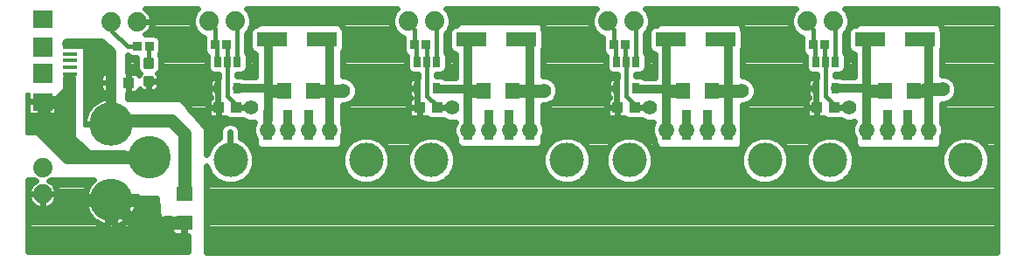
<source format=gtl>
G75*
G70*
%OFA0B0*%
%FSLAX24Y24*%
%IPPOS*%
%LPD*%
%AMOC8*
5,1,8,0,0,1.08239X$1,22.5*
%
%ADD10C,0.1310*%
%ADD11R,0.0354X0.1181*%
%ADD12C,0.1660*%
%ADD13C,0.1620*%
%ADD14R,0.0433X0.0394*%
%ADD15R,0.0630X0.0551*%
%ADD16R,0.0272X0.0390*%
%ADD17R,0.0551X0.0138*%
%ADD18R,0.0748X0.0709*%
%ADD19R,0.0748X0.0748*%
%ADD20R,0.0335X0.0354*%
%ADD21R,0.1181X0.0551*%
%ADD22R,0.0551X0.0630*%
%ADD23C,0.0740*%
%ADD24C,0.0118*%
%ADD25C,0.0500*%
%ADD26C,0.0240*%
%ADD27C,0.0320*%
%ADD28C,0.0160*%
%ADD29C,0.0560*%
%ADD30C,0.0591*%
%ADD31C,0.0400*%
%ADD32C,0.0120*%
D10*
X008715Y004600D03*
X013885Y004600D03*
X016365Y004600D03*
X021535Y004600D03*
X023915Y004600D03*
X029085Y004600D03*
X031565Y004600D03*
X036735Y004600D03*
D11*
X035331Y005958D03*
X034544Y005958D03*
X033756Y005958D03*
X032969Y005958D03*
X027681Y005958D03*
X026894Y005958D03*
X026106Y005958D03*
X025319Y005958D03*
X020131Y005958D03*
X019344Y005958D03*
X018556Y005958D03*
X017769Y005958D03*
X012481Y005958D03*
X011694Y005958D03*
X010906Y005958D03*
X010119Y005958D03*
D12*
X004150Y005964D03*
D13*
X005631Y004713D03*
X004160Y003081D03*
D14*
X008265Y006600D03*
X008935Y006600D03*
X004835Y007550D03*
X004165Y007550D03*
X015915Y006600D03*
X016585Y006600D03*
X023465Y006600D03*
X024135Y006600D03*
X031065Y006600D03*
X031735Y006600D03*
D15*
X006950Y003301D03*
X006950Y002199D03*
D16*
X008226Y007338D03*
X008974Y007338D03*
X008974Y008358D03*
X008600Y008358D03*
X008226Y008358D03*
X015826Y008358D03*
X016200Y008358D03*
X016574Y008358D03*
X016574Y007338D03*
X015826Y007338D03*
X023426Y007338D03*
X024174Y007338D03*
X024174Y008358D03*
X023800Y008358D03*
X023426Y008358D03*
X031026Y008358D03*
X031400Y008358D03*
X031774Y008358D03*
X031774Y007338D03*
X031026Y007338D03*
D17*
X002593Y007888D03*
X002593Y008144D03*
X002593Y008400D03*
X002593Y008656D03*
X002593Y008912D03*
D18*
X001550Y009975D03*
X001550Y006825D03*
D19*
X001550Y007900D03*
X001550Y008900D03*
D20*
X005172Y008950D03*
X005628Y008950D03*
X008122Y009000D03*
X008578Y009000D03*
X015722Y009000D03*
X016178Y009000D03*
X023322Y009000D03*
X023778Y009000D03*
X030922Y009000D03*
X031378Y009000D03*
D21*
X033105Y009200D03*
X034995Y009200D03*
X027395Y009200D03*
X025505Y009200D03*
X019795Y009200D03*
X017905Y009200D03*
X012195Y009200D03*
X010305Y009200D03*
D22*
X010749Y007250D03*
X011851Y007250D03*
X018349Y007250D03*
X019451Y007250D03*
X025949Y007250D03*
X027051Y007250D03*
X033649Y007250D03*
X034751Y007250D03*
D23*
X031700Y009900D03*
X030700Y009900D03*
X024100Y009900D03*
X023100Y009900D03*
X016500Y009900D03*
X015500Y009900D03*
X008900Y009900D03*
X007900Y009900D03*
X005170Y009880D03*
X004170Y009880D03*
X001550Y004300D03*
X001550Y003300D03*
D24*
X005462Y007467D02*
X005738Y007467D01*
X005462Y007467D02*
X005462Y007743D01*
X005738Y007743D01*
X005738Y007467D01*
X005738Y007584D02*
X005462Y007584D01*
X005462Y007701D02*
X005738Y007701D01*
X005738Y008157D02*
X005462Y008157D01*
X005462Y008433D01*
X005738Y008433D01*
X005738Y008157D01*
X005738Y008274D02*
X005462Y008274D01*
X005462Y008391D02*
X005738Y008391D01*
D25*
X002550Y007700D02*
X002550Y007250D01*
X002125Y006825D01*
X001550Y006825D01*
X001600Y006775D02*
X001600Y005600D01*
X002487Y004713D01*
X005631Y004713D01*
X006950Y005600D02*
X006950Y003301D01*
X005043Y002199D02*
X004160Y003081D01*
X005043Y002199D02*
X006950Y002199D01*
X006950Y005600D02*
X006450Y006100D01*
X004286Y006100D01*
X004150Y005964D01*
X010350Y007250D02*
X010749Y007250D01*
X011851Y007250D02*
X012300Y007250D01*
X012500Y007250D02*
X013000Y007250D01*
X017950Y007250D02*
X018349Y007250D01*
X019451Y007250D02*
X019950Y007250D01*
X020100Y007250D02*
X020650Y007250D01*
X025500Y007250D02*
X025949Y007250D01*
X027051Y007250D02*
X027500Y007250D01*
X028200Y007250D01*
X033200Y007250D02*
X033649Y007250D01*
X034751Y007250D02*
X035150Y007250D01*
X035200Y007300D02*
X035850Y007300D01*
D26*
X000980Y003850D02*
X000980Y001100D01*
X007100Y001100D01*
X007100Y001723D01*
X006968Y001723D01*
X006968Y002181D01*
X006932Y002181D01*
X006435Y002181D01*
X006435Y001897D01*
X006449Y001846D01*
X006475Y001800D01*
X006512Y001763D01*
X006558Y001737D01*
X006609Y001723D01*
X006932Y001723D01*
X006932Y002181D01*
X006932Y002217D01*
X006435Y002217D01*
X006435Y002371D01*
X005950Y002350D01*
X005900Y003150D01*
X005200Y003150D01*
X005156Y003201D01*
X004280Y003201D01*
X004280Y002961D01*
X004280Y002079D01*
X004329Y002084D01*
X004440Y002109D01*
X004547Y002147D01*
X004649Y002196D01*
X004745Y002256D01*
X004834Y002327D01*
X004914Y002407D01*
X004985Y002496D01*
X005045Y002592D01*
X005095Y002694D01*
X005132Y002801D01*
X005157Y002912D01*
X005163Y002961D01*
X004280Y002961D01*
X004040Y002961D01*
X004040Y002079D01*
X003991Y002084D01*
X003880Y002109D01*
X003773Y002147D01*
X003671Y002196D01*
X003575Y002256D01*
X003486Y002327D01*
X003406Y002407D01*
X003335Y002496D01*
X003275Y002592D01*
X003225Y002694D01*
X003188Y002801D01*
X003163Y002912D01*
X003157Y002961D01*
X004040Y002961D01*
X004040Y003201D01*
X003157Y003201D01*
X003163Y003251D01*
X003188Y003362D01*
X003225Y003469D01*
X003275Y003571D01*
X003335Y003667D01*
X003406Y003756D01*
X003486Y003836D01*
X003504Y003850D01*
X001878Y003850D01*
X001862Y003834D01*
X001804Y003810D01*
X001849Y003788D01*
X001921Y003735D01*
X001985Y003671D01*
X002038Y003599D01*
X002078Y003519D01*
X002106Y003433D01*
X002120Y003345D01*
X002120Y003300D01*
X001550Y003300D01*
X001550Y003300D01*
X001550Y003300D01*
X000980Y003300D01*
X000980Y003345D01*
X000994Y003433D01*
X001022Y003519D01*
X001062Y003599D01*
X001115Y003671D01*
X001179Y003735D01*
X001251Y003788D01*
X001296Y003810D01*
X001238Y003834D01*
X001222Y003850D01*
X000980Y003850D01*
X000980Y003662D02*
X001108Y003662D01*
X000992Y003424D02*
X000980Y003424D01*
X000980Y003300D02*
X000980Y003255D01*
X000994Y003167D01*
X001022Y003081D01*
X001062Y003001D01*
X001115Y002929D01*
X001179Y002865D01*
X001251Y002812D01*
X001331Y002772D01*
X001417Y002744D01*
X001505Y002730D01*
X001550Y002730D01*
X001595Y002730D01*
X001683Y002744D01*
X001769Y002772D01*
X001849Y002812D01*
X001921Y002865D01*
X001985Y002929D01*
X002038Y003001D01*
X002078Y003081D01*
X002106Y003167D01*
X002120Y003255D01*
X002120Y003300D01*
X001550Y003300D01*
X001550Y002730D01*
X001550Y003300D01*
X001550Y003300D01*
X000980Y003300D01*
X000980Y003185D02*
X000991Y003185D01*
X000980Y002947D02*
X001102Y002947D01*
X000980Y002708D02*
X003221Y002708D01*
X003159Y002947D02*
X001998Y002947D01*
X001550Y002947D02*
X001550Y002947D01*
X001550Y003185D02*
X001550Y003185D01*
X002109Y003185D02*
X004040Y003185D01*
X004280Y003185D02*
X005170Y003185D01*
X005161Y002947D02*
X005913Y002947D01*
X005928Y002708D02*
X005099Y002708D01*
X004280Y002708D02*
X004040Y002708D01*
X004040Y002947D02*
X004280Y002947D01*
X003210Y003424D02*
X002108Y003424D01*
X001992Y003662D02*
X003332Y003662D01*
X003356Y002470D02*
X000980Y002470D01*
X000980Y002231D02*
X003615Y002231D01*
X004040Y002231D02*
X004280Y002231D01*
X004705Y002231D02*
X006435Y002231D01*
X006435Y001993D02*
X000980Y001993D01*
X000980Y001754D02*
X006528Y001754D01*
X006932Y001754D02*
X006968Y001754D01*
X006968Y001993D02*
X006932Y001993D01*
X007800Y001993D02*
X037932Y001993D01*
X037932Y002231D02*
X007800Y002231D01*
X007800Y002470D02*
X037932Y002470D01*
X037932Y002708D02*
X007800Y002708D01*
X007800Y002947D02*
X037932Y002947D01*
X037932Y003185D02*
X007800Y003185D01*
X007800Y003424D02*
X037932Y003424D01*
X037932Y003662D02*
X007800Y003662D01*
X008191Y003816D02*
X008531Y003675D01*
X008899Y003675D01*
X009239Y003816D01*
X009499Y004076D01*
X009640Y004416D01*
X009640Y004784D01*
X009499Y005124D01*
X009239Y005384D01*
X009090Y005446D01*
X009090Y005741D01*
X009031Y005884D01*
X008921Y005994D01*
X008778Y006053D01*
X008622Y006053D01*
X008479Y005994D01*
X008369Y005884D01*
X008310Y005741D01*
X008310Y005433D01*
X008191Y005384D01*
X007931Y005124D01*
X007800Y004808D01*
X007800Y005800D01*
X006850Y006900D01*
X006850Y006950D01*
X004800Y006950D01*
X004798Y007153D01*
X004835Y007153D01*
X005078Y007153D01*
X005128Y007167D01*
X005174Y007193D01*
X005211Y007230D01*
X005238Y007276D01*
X005249Y007319D01*
X005261Y007302D01*
X005297Y007266D01*
X005339Y007237D01*
X005387Y007218D01*
X005437Y007208D01*
X005600Y007208D01*
X005763Y007208D01*
X005813Y007218D01*
X005861Y007237D01*
X005903Y007266D01*
X005939Y007302D01*
X005967Y007344D01*
X005987Y007391D01*
X005997Y007441D01*
X005997Y007605D01*
X005997Y007768D01*
X005987Y007818D01*
X005967Y007865D01*
X005945Y007899D01*
X006017Y007971D01*
X006067Y008092D01*
X006067Y008499D01*
X006019Y008614D01*
X006025Y008620D01*
X006066Y008719D01*
X006066Y009181D01*
X006025Y009280D01*
X005949Y009356D01*
X005849Y009397D01*
X005475Y009397D01*
X005541Y009445D01*
X005605Y009509D01*
X005658Y009581D01*
X005698Y009661D01*
X005726Y009747D01*
X005740Y009835D01*
X005740Y009880D01*
X005740Y009925D01*
X005726Y010013D01*
X005698Y010099D01*
X005658Y010179D01*
X005605Y010251D01*
X005541Y010315D01*
X005469Y010368D01*
X005459Y010373D01*
X007467Y010373D01*
X007357Y010263D01*
X007260Y010027D01*
X007260Y009773D01*
X007357Y009537D01*
X007537Y009357D01*
X007708Y009287D01*
X007684Y009231D01*
X007684Y008769D01*
X007725Y008670D01*
X007801Y008594D01*
X007820Y008586D01*
X007820Y008109D01*
X007861Y008010D01*
X007937Y007934D01*
X008036Y007893D01*
X008250Y007893D01*
X008250Y007733D01*
X008226Y007733D01*
X008226Y007338D01*
X007890Y007338D01*
X007890Y007117D01*
X007904Y007066D01*
X007930Y007021D01*
X007967Y006983D01*
X007970Y006982D01*
X007926Y006957D01*
X007889Y006920D01*
X007862Y006874D01*
X007849Y006823D01*
X007849Y006600D01*
X007849Y006377D01*
X007862Y006326D01*
X007889Y006280D01*
X007926Y006243D01*
X007972Y006217D01*
X008022Y006203D01*
X008265Y006203D01*
X008265Y006600D01*
X007849Y006600D01*
X008265Y006600D01*
X008265Y006600D01*
X008265Y006600D01*
X008226Y006700D01*
X008226Y007338D01*
X008226Y007338D01*
X007890Y007338D01*
X007890Y007559D01*
X007904Y007610D01*
X007930Y007656D01*
X007967Y007693D01*
X008013Y007719D01*
X008064Y007733D01*
X008226Y007733D01*
X008226Y007338D01*
X008226Y007338D01*
X008226Y007478D02*
X008226Y007478D01*
X007890Y007478D02*
X005997Y007478D01*
X005997Y007605D02*
X005600Y007605D01*
X005997Y007605D01*
X005997Y007717D02*
X008008Y007717D01*
X008226Y007717D02*
X008226Y007717D01*
X007916Y007955D02*
X006001Y007955D01*
X005255Y007899D02*
X005233Y007865D01*
X005225Y007846D01*
X005211Y007870D01*
X005174Y007907D01*
X005128Y007933D01*
X005078Y007947D01*
X004835Y007947D01*
X004835Y007550D01*
X004835Y007153D01*
X004835Y007550D01*
X004835Y007550D01*
X004835Y007550D01*
X004835Y007947D01*
X004792Y007947D01*
X004786Y008599D01*
X004796Y008599D01*
X004851Y008544D01*
X004951Y008503D01*
X005135Y008503D01*
X005133Y008499D01*
X005133Y008092D01*
X005183Y007971D01*
X005255Y007899D01*
X005199Y007955D02*
X004792Y007955D01*
X004835Y007717D02*
X004835Y007717D01*
X004835Y007478D02*
X004835Y007478D01*
X004835Y007240D02*
X004835Y007240D01*
X005217Y007240D02*
X005336Y007240D01*
X005600Y007240D02*
X005600Y007240D01*
X005600Y007208D02*
X005600Y007605D01*
X005600Y007605D01*
X005600Y007605D01*
X005600Y007208D01*
X005864Y007240D02*
X007890Y007240D01*
X007950Y007001D02*
X004800Y007001D01*
X005600Y007478D02*
X005600Y007478D01*
X005133Y008194D02*
X004790Y008194D01*
X004788Y008432D02*
X005133Y008432D01*
X006067Y008432D02*
X007820Y008432D01*
X007820Y008194D02*
X006067Y008194D01*
X006046Y008671D02*
X007725Y008671D01*
X007684Y008909D02*
X006066Y008909D01*
X006066Y009148D02*
X007684Y009148D01*
X007509Y009386D02*
X005876Y009386D01*
X005680Y009625D02*
X007321Y009625D01*
X007260Y009863D02*
X005740Y009863D01*
X005740Y009880D02*
X005170Y009880D01*
X005740Y009880D01*
X005170Y009880D02*
X005170Y009880D01*
X005697Y010102D02*
X007291Y010102D01*
X007435Y010340D02*
X005507Y010340D01*
X009333Y010373D02*
X009443Y010263D01*
X009540Y010027D01*
X009540Y009773D01*
X009443Y009537D01*
X009324Y009419D01*
X009324Y008720D01*
X009339Y008706D01*
X009380Y008606D01*
X009380Y008109D01*
X009339Y008010D01*
X009263Y007934D01*
X009164Y007893D01*
X008950Y007893D01*
X008950Y007803D01*
X009164Y007803D01*
X009248Y007768D01*
X009660Y007768D01*
X009660Y008655D01*
X009562Y008696D01*
X009486Y008771D01*
X009445Y008871D01*
X009445Y009529D01*
X009486Y009629D01*
X009562Y009704D01*
X009661Y009746D01*
X009706Y009746D01*
X009764Y009803D01*
X009852Y009840D01*
X012798Y009840D01*
X012886Y009803D01*
X012953Y009736D01*
X012986Y009656D01*
X013014Y009629D01*
X013055Y009529D01*
X013055Y008871D01*
X013014Y008771D01*
X012990Y008747D01*
X012990Y007800D01*
X013109Y007800D01*
X013312Y007716D01*
X013466Y007562D01*
X013550Y007359D01*
X013550Y007141D01*
X013466Y006938D01*
X013312Y006784D01*
X013109Y006700D01*
X012990Y006700D01*
X012990Y006006D01*
X013045Y005872D01*
X013045Y005648D01*
X012990Y005514D01*
X012990Y005202D01*
X012953Y005114D01*
X012886Y005047D01*
X012798Y005010D01*
X009852Y005010D01*
X009764Y005047D01*
X009697Y005114D01*
X009660Y005202D01*
X009660Y005421D01*
X009641Y005440D01*
X009555Y005648D01*
X009555Y005872D01*
X009632Y006059D01*
X009609Y006050D01*
X009391Y006050D01*
X009190Y006133D01*
X008664Y006133D01*
X008565Y006174D01*
X008530Y006209D01*
X008508Y006203D01*
X008265Y006203D01*
X008265Y006600D01*
X008265Y006524D02*
X008265Y006524D01*
X007849Y006524D02*
X007175Y006524D01*
X007381Y006286D02*
X007886Y006286D01*
X008265Y006286D02*
X008265Y006286D01*
X008608Y006047D02*
X007587Y006047D01*
X007793Y005809D02*
X008338Y005809D01*
X008700Y005663D02*
X008700Y004600D01*
X007806Y004378D02*
X007800Y004378D01*
X007800Y004392D02*
X007931Y004076D01*
X008191Y003816D01*
X008106Y003901D02*
X007800Y003901D01*
X007800Y004139D02*
X007905Y004139D01*
X007800Y004392D02*
X007800Y001070D01*
X037932Y001070D01*
X037932Y010373D01*
X032133Y010373D01*
X032243Y010263D01*
X032340Y010027D01*
X032340Y009773D01*
X032243Y009537D01*
X032124Y009419D01*
X032124Y008720D01*
X032139Y008706D01*
X032180Y008606D01*
X032180Y008109D01*
X032139Y008010D01*
X032063Y007934D01*
X031964Y007893D01*
X031750Y007893D01*
X031750Y007803D01*
X031964Y007803D01*
X032019Y007780D01*
X032510Y007780D01*
X032510Y008654D01*
X032461Y008654D01*
X032362Y008696D01*
X032286Y008771D01*
X032245Y008871D01*
X032245Y009529D01*
X032286Y009629D01*
X032362Y009704D01*
X032461Y009746D01*
X032556Y009746D01*
X032614Y009803D01*
X032702Y009840D01*
X035648Y009840D01*
X035736Y009803D01*
X035803Y009736D01*
X035840Y009648D01*
X035840Y009567D01*
X035855Y009529D01*
X035855Y008871D01*
X035840Y008833D01*
X035840Y007850D01*
X035959Y007850D01*
X036162Y007766D01*
X036316Y007612D01*
X036400Y007409D01*
X036400Y007191D01*
X036316Y006988D01*
X036162Y006834D01*
X035959Y006750D01*
X035840Y006750D01*
X035840Y006006D01*
X035895Y005872D01*
X035895Y005648D01*
X035840Y005514D01*
X035840Y005202D01*
X035803Y005114D01*
X035736Y005047D01*
X035648Y005010D01*
X032702Y005010D01*
X032614Y005047D01*
X032547Y005114D01*
X032510Y005202D01*
X032510Y005421D01*
X032491Y005440D01*
X032405Y005648D01*
X032405Y005872D01*
X032491Y006080D01*
X032497Y006086D01*
X032409Y006050D01*
X032191Y006050D01*
X031990Y006133D01*
X031464Y006133D01*
X031365Y006174D01*
X031330Y006209D01*
X031308Y006203D01*
X031065Y006203D01*
X031065Y006600D01*
X030649Y006600D01*
X030649Y006377D01*
X030662Y006326D01*
X030689Y006280D01*
X030726Y006243D01*
X030772Y006217D01*
X030822Y006203D01*
X031065Y006203D01*
X031065Y006600D01*
X031065Y006600D01*
X030649Y006600D01*
X030649Y006823D01*
X030662Y006874D01*
X030689Y006920D01*
X030726Y006957D01*
X030770Y006982D01*
X030767Y006983D01*
X030730Y007021D01*
X030704Y007066D01*
X030690Y007117D01*
X030690Y007338D01*
X031026Y007338D01*
X031026Y007338D01*
X031026Y006639D01*
X031065Y006600D01*
X031065Y006600D01*
X031065Y006524D02*
X031065Y006524D01*
X031735Y006600D02*
X031735Y006715D01*
X031850Y006600D01*
X032300Y006600D01*
X031065Y006286D02*
X031065Y006286D01*
X030686Y006286D02*
X028240Y006286D01*
X028240Y006524D02*
X030649Y006524D01*
X030649Y006763D02*
X028460Y006763D01*
X028512Y006784D02*
X028666Y006938D01*
X028750Y007141D01*
X028750Y007359D01*
X028666Y007562D01*
X028512Y007716D01*
X028309Y007800D01*
X028240Y007800D01*
X028240Y008833D01*
X028255Y008871D01*
X028255Y009529D01*
X028240Y009567D01*
X028240Y009648D01*
X028203Y009736D01*
X028136Y009803D01*
X028048Y009840D01*
X025102Y009840D01*
X025014Y009803D01*
X024956Y009746D01*
X024861Y009746D01*
X024762Y009704D01*
X024686Y009629D01*
X024645Y009529D01*
X024645Y008871D01*
X024686Y008771D01*
X024762Y008696D01*
X024861Y008654D01*
X024889Y008654D01*
X024889Y007730D01*
X024495Y007730D01*
X024463Y007762D01*
X024364Y007803D01*
X024150Y007803D01*
X024150Y007893D01*
X024364Y007893D01*
X024463Y007934D01*
X024539Y008010D01*
X024580Y008109D01*
X024580Y008606D01*
X024539Y008706D01*
X024524Y008720D01*
X024524Y009419D01*
X024643Y009537D01*
X024740Y009773D01*
X024740Y010027D01*
X024643Y010263D01*
X024533Y010373D01*
X030267Y010373D01*
X030157Y010263D01*
X030060Y010027D01*
X030060Y009773D01*
X030157Y009537D01*
X030337Y009357D01*
X030508Y009287D01*
X030484Y009231D01*
X030484Y008769D01*
X030525Y008670D01*
X030601Y008594D01*
X030620Y008586D01*
X030620Y008109D01*
X030661Y008010D01*
X030737Y007934D01*
X030836Y007893D01*
X031050Y007893D01*
X031050Y007733D01*
X031026Y007733D01*
X031026Y007338D01*
X030690Y007338D01*
X030690Y007559D01*
X030704Y007610D01*
X030730Y007656D01*
X030767Y007693D01*
X030813Y007719D01*
X030864Y007733D01*
X031026Y007733D01*
X031026Y007338D01*
X031026Y007338D01*
X031026Y007478D02*
X031026Y007478D01*
X030690Y007478D02*
X028701Y007478D01*
X028750Y007240D02*
X030690Y007240D01*
X030750Y007001D02*
X028692Y007001D01*
X028512Y006784D02*
X028309Y006700D01*
X028240Y006700D01*
X028240Y005885D01*
X028245Y005872D01*
X028245Y005648D01*
X028240Y005635D01*
X028240Y005202D01*
X028203Y005114D01*
X028136Y005047D01*
X028048Y005010D01*
X025102Y005010D01*
X025014Y005047D01*
X024947Y005114D01*
X024910Y005202D01*
X024910Y005222D01*
X024872Y005314D01*
X024872Y005409D01*
X024841Y005440D01*
X024755Y005648D01*
X024755Y005872D01*
X024832Y006059D01*
X024809Y006050D01*
X024591Y006050D01*
X024390Y006133D01*
X023864Y006133D01*
X023765Y006174D01*
X023730Y006209D01*
X023708Y006203D01*
X023465Y006203D01*
X023465Y006600D01*
X023049Y006600D01*
X023049Y006377D01*
X023062Y006326D01*
X023089Y006280D01*
X023126Y006243D01*
X023172Y006217D01*
X023222Y006203D01*
X023465Y006203D01*
X023465Y006600D01*
X023465Y006600D01*
X023049Y006600D01*
X023049Y006823D01*
X023062Y006874D01*
X023089Y006920D01*
X023126Y006957D01*
X023170Y006982D01*
X023167Y006983D01*
X023130Y007021D01*
X023104Y007066D01*
X023090Y007117D01*
X023090Y007338D01*
X023426Y007338D01*
X023426Y007338D01*
X023426Y006639D01*
X023465Y006600D01*
X023465Y006600D01*
X023465Y006524D02*
X023465Y006524D01*
X023049Y006524D02*
X020640Y006524D01*
X020640Y006700D02*
X020759Y006700D01*
X020962Y006784D01*
X021116Y006938D01*
X021200Y007141D01*
X021200Y007359D01*
X021116Y007562D01*
X020962Y007716D01*
X020759Y007800D01*
X020640Y007800D01*
X020640Y008833D01*
X020655Y008871D01*
X020655Y009529D01*
X020640Y009567D01*
X020640Y009698D01*
X020603Y009786D01*
X020536Y009853D01*
X020448Y009890D01*
X017502Y009890D01*
X017414Y009853D01*
X017347Y009786D01*
X017330Y009746D01*
X017261Y009746D01*
X017162Y009704D01*
X017086Y009629D01*
X017045Y009529D01*
X017045Y008871D01*
X017086Y008771D01*
X017162Y008696D01*
X017261Y008654D01*
X017310Y008654D01*
X017310Y007730D01*
X016895Y007730D01*
X016863Y007762D01*
X016764Y007803D01*
X016550Y007803D01*
X016550Y007893D01*
X016764Y007893D01*
X016863Y007934D01*
X016939Y008010D01*
X016980Y008109D01*
X016980Y008606D01*
X016939Y008706D01*
X016924Y008720D01*
X016924Y009419D01*
X017043Y009537D01*
X017140Y009773D01*
X017140Y010027D01*
X017043Y010263D01*
X016933Y010373D01*
X022667Y010373D01*
X022557Y010263D01*
X022460Y010027D01*
X022460Y009773D01*
X022557Y009537D01*
X022737Y009357D01*
X022908Y009287D01*
X022884Y009231D01*
X022884Y008769D01*
X022925Y008670D01*
X023001Y008594D01*
X023020Y008586D01*
X023020Y008109D01*
X023061Y008010D01*
X023137Y007934D01*
X023236Y007893D01*
X023450Y007893D01*
X023450Y007733D01*
X023426Y007733D01*
X023426Y007338D01*
X023090Y007338D01*
X023090Y007559D01*
X023104Y007610D01*
X023130Y007656D01*
X023167Y007693D01*
X023213Y007719D01*
X023264Y007733D01*
X023426Y007733D01*
X023426Y007338D01*
X023426Y007338D01*
X023426Y007478D02*
X023426Y007478D01*
X023090Y007478D02*
X021151Y007478D01*
X021200Y007240D02*
X023090Y007240D01*
X023150Y007001D02*
X021142Y007001D01*
X020910Y006763D02*
X023049Y006763D01*
X024135Y006715D02*
X024135Y006600D01*
X024200Y006600D02*
X024135Y006715D01*
X024200Y006600D02*
X024700Y006600D01*
X023465Y006286D02*
X023465Y006286D01*
X023086Y006286D02*
X020640Y006286D01*
X020640Y006047D02*
X024827Y006047D01*
X025300Y006027D02*
X025300Y007300D01*
X025949Y007250D01*
X024262Y007300D02*
X024174Y007338D01*
X023426Y007717D02*
X023426Y007717D01*
X023208Y007717D02*
X020961Y007717D01*
X020640Y007955D02*
X023116Y007955D01*
X023020Y008194D02*
X020640Y008194D01*
X020640Y008432D02*
X023020Y008432D01*
X022925Y008671D02*
X020640Y008671D01*
X020655Y008909D02*
X022884Y008909D01*
X022884Y009148D02*
X020655Y009148D01*
X020131Y009169D02*
X020100Y009200D01*
X020655Y009386D02*
X022709Y009386D01*
X022521Y009625D02*
X020640Y009625D01*
X020513Y009863D02*
X022460Y009863D01*
X022491Y010102D02*
X017109Y010102D01*
X017140Y009863D02*
X017437Y009863D01*
X017084Y009625D02*
X017079Y009625D01*
X017045Y009386D02*
X016924Y009386D01*
X017769Y009064D02*
X017905Y009200D01*
X017045Y009148D02*
X016924Y009148D01*
X016924Y008909D02*
X017045Y008909D01*
X016953Y008671D02*
X017222Y008671D01*
X017310Y008432D02*
X016980Y008432D01*
X016980Y008194D02*
X017310Y008194D01*
X017310Y007955D02*
X016884Y007955D01*
X015850Y007893D02*
X015850Y007733D01*
X015826Y007733D01*
X015826Y007338D01*
X015490Y007338D01*
X015490Y007117D01*
X015504Y007066D01*
X015530Y007021D01*
X015567Y006983D01*
X015595Y006968D01*
X015576Y006957D01*
X015539Y006920D01*
X015512Y006874D01*
X015499Y006823D01*
X015499Y006600D01*
X015499Y006377D01*
X015512Y006326D01*
X015539Y006280D01*
X015576Y006243D01*
X015622Y006217D01*
X015672Y006203D01*
X015915Y006203D01*
X015915Y006600D01*
X015499Y006600D01*
X015915Y006600D01*
X015915Y006600D01*
X015915Y006600D01*
X015826Y006689D01*
X015826Y007338D01*
X015826Y007338D01*
X015490Y007338D01*
X015490Y007559D01*
X015504Y007610D01*
X015530Y007656D01*
X015567Y007693D01*
X015613Y007719D01*
X015664Y007733D01*
X015826Y007733D01*
X015826Y007338D01*
X015826Y007338D01*
X015826Y007478D02*
X015826Y007478D01*
X015490Y007478D02*
X013501Y007478D01*
X013550Y007240D02*
X015490Y007240D01*
X015550Y007001D02*
X013492Y007001D01*
X013260Y006763D02*
X015499Y006763D01*
X015915Y006600D02*
X015915Y006203D01*
X016158Y006203D01*
X016180Y006209D01*
X016215Y006174D01*
X016314Y006133D01*
X016840Y006133D01*
X017041Y006050D01*
X017259Y006050D01*
X017282Y006059D01*
X017205Y005872D01*
X017205Y005648D01*
X017291Y005440D01*
X017310Y005421D01*
X017310Y005252D01*
X017347Y005164D01*
X017414Y005097D01*
X017502Y005060D01*
X020448Y005060D01*
X020536Y005097D01*
X020603Y005164D01*
X020640Y005252D01*
X020640Y005514D01*
X020695Y005648D01*
X020695Y005872D01*
X020640Y006006D01*
X020640Y006700D01*
X020100Y007250D02*
X020100Y006039D01*
X020131Y005958D01*
X020695Y005809D02*
X024755Y005809D01*
X024787Y005570D02*
X020663Y005570D01*
X020640Y005332D02*
X020958Y005332D01*
X021011Y005384D02*
X020751Y005124D01*
X020610Y004784D01*
X020610Y004416D01*
X020751Y004076D01*
X021011Y003816D01*
X021351Y003675D01*
X021719Y003675D01*
X022059Y003816D01*
X022319Y004076D01*
X022460Y004416D01*
X022460Y004784D01*
X022319Y005124D01*
X022059Y005384D01*
X021719Y005525D01*
X021351Y005525D01*
X021011Y005384D01*
X020738Y005093D02*
X020527Y005093D01*
X020639Y004855D02*
X017261Y004855D01*
X017290Y004784D02*
X017149Y005124D01*
X016889Y005384D01*
X016549Y005525D01*
X016181Y005525D01*
X015841Y005384D01*
X015581Y005124D01*
X015440Y004784D01*
X015440Y004416D01*
X015581Y004076D01*
X015841Y003816D01*
X016181Y003675D01*
X016549Y003675D01*
X016889Y003816D01*
X017149Y004076D01*
X017290Y004416D01*
X017290Y004784D01*
X017290Y004616D02*
X020610Y004616D01*
X020626Y004378D02*
X017274Y004378D01*
X017175Y004139D02*
X020725Y004139D01*
X020926Y003901D02*
X016974Y003901D01*
X015756Y003901D02*
X014494Y003901D01*
X014409Y003816D02*
X014669Y004076D01*
X014810Y004416D01*
X014810Y004784D01*
X014669Y005124D01*
X014409Y005384D01*
X014069Y005525D01*
X013701Y005525D01*
X013361Y005384D01*
X013101Y005124D01*
X012960Y004784D01*
X012960Y004416D01*
X013101Y004076D01*
X013361Y003816D01*
X013701Y003675D01*
X014069Y003675D01*
X014409Y003816D01*
X014695Y004139D02*
X015555Y004139D01*
X015456Y004378D02*
X014794Y004378D01*
X014810Y004616D02*
X015440Y004616D01*
X015469Y004855D02*
X014781Y004855D01*
X014682Y005093D02*
X015568Y005093D01*
X015788Y005332D02*
X014462Y005332D01*
X013308Y005332D02*
X012990Y005332D01*
X013013Y005570D02*
X017237Y005570D01*
X017205Y005809D02*
X013045Y005809D01*
X012500Y005977D02*
X012500Y007250D01*
X012300Y007250D01*
X013311Y007717D02*
X015608Y007717D01*
X015826Y007717D02*
X015826Y007717D01*
X015850Y007893D02*
X015636Y007893D01*
X015537Y007934D01*
X015461Y008010D01*
X015420Y008109D01*
X015420Y008586D01*
X015401Y008594D01*
X015325Y008670D01*
X015284Y008769D01*
X015284Y009231D01*
X015308Y009287D01*
X015137Y009357D01*
X014957Y009537D01*
X014860Y009773D01*
X014860Y010027D01*
X014957Y010263D01*
X015067Y010373D01*
X009333Y010373D01*
X009365Y010340D02*
X015035Y010340D01*
X014891Y010102D02*
X009509Y010102D01*
X009540Y009863D02*
X014860Y009863D01*
X014921Y009625D02*
X013016Y009625D01*
X013055Y009386D02*
X015109Y009386D01*
X015284Y009148D02*
X013055Y009148D01*
X013055Y008909D02*
X015284Y008909D01*
X015325Y008671D02*
X012990Y008671D01*
X012990Y008432D02*
X015420Y008432D01*
X015420Y008194D02*
X012990Y008194D01*
X012990Y007955D02*
X015516Y007955D01*
X016574Y007338D02*
X016612Y007300D01*
X017769Y007300D02*
X017819Y007250D01*
X017950Y007250D01*
X017150Y006600D02*
X016650Y006600D01*
X016585Y006665D01*
X016585Y006600D01*
X015915Y006524D02*
X015915Y006524D01*
X015499Y006524D02*
X012990Y006524D01*
X012990Y006286D02*
X015536Y006286D01*
X015915Y006286D02*
X015915Y006286D01*
X017277Y006047D02*
X012990Y006047D01*
X012500Y005977D02*
X012481Y005958D01*
X010150Y006158D02*
X010119Y005958D01*
X009627Y006047D02*
X008792Y006047D01*
X009062Y005809D02*
X009555Y005809D01*
X009587Y005570D02*
X009090Y005570D01*
X009292Y005332D02*
X009660Y005332D01*
X009718Y005093D02*
X009512Y005093D01*
X009611Y004855D02*
X012989Y004855D01*
X012932Y005093D02*
X013088Y005093D01*
X012960Y004616D02*
X009640Y004616D01*
X009624Y004378D02*
X012976Y004378D01*
X013075Y004139D02*
X009525Y004139D01*
X009324Y003901D02*
X013276Y003901D01*
X017162Y005093D02*
X017423Y005093D01*
X017310Y005332D02*
X016942Y005332D01*
X022112Y005332D02*
X023338Y005332D01*
X023391Y005384D02*
X023131Y005124D01*
X022990Y004784D01*
X022990Y004416D01*
X023131Y004076D01*
X023391Y003816D01*
X023731Y003675D01*
X024099Y003675D01*
X024439Y003816D01*
X024699Y004076D01*
X024840Y004416D01*
X024840Y004784D01*
X024699Y005124D01*
X024439Y005384D01*
X024099Y005525D01*
X023731Y005525D01*
X023391Y005384D01*
X023118Y005093D02*
X022332Y005093D01*
X022431Y004855D02*
X023019Y004855D01*
X022990Y004616D02*
X022460Y004616D01*
X022444Y004378D02*
X023006Y004378D01*
X023105Y004139D02*
X022345Y004139D01*
X022144Y003901D02*
X023306Y003901D01*
X024524Y003901D02*
X028476Y003901D01*
X028561Y003816D02*
X028301Y004076D01*
X028160Y004416D01*
X028160Y004784D01*
X028301Y005124D01*
X028561Y005384D01*
X028901Y005525D01*
X029269Y005525D01*
X029609Y005384D01*
X029869Y005124D01*
X030010Y004784D01*
X030010Y004416D01*
X029869Y004076D01*
X029609Y003816D01*
X029269Y003675D01*
X028901Y003675D01*
X028561Y003816D01*
X028275Y004139D02*
X024725Y004139D01*
X024824Y004378D02*
X028176Y004378D01*
X028160Y004616D02*
X024840Y004616D01*
X024811Y004855D02*
X028189Y004855D01*
X028182Y005093D02*
X028288Y005093D01*
X028240Y005332D02*
X028508Y005332D01*
X028240Y005570D02*
X032437Y005570D01*
X032405Y005809D02*
X028245Y005809D01*
X027681Y005958D02*
X027700Y006027D01*
X028240Y006047D02*
X032477Y006047D01*
X032089Y005384D02*
X031749Y005525D01*
X031381Y005525D01*
X031041Y005384D01*
X030781Y005124D01*
X030640Y004784D01*
X030640Y004416D01*
X030781Y004076D01*
X031041Y003816D01*
X031381Y003675D01*
X031749Y003675D01*
X032089Y003816D01*
X032349Y004076D01*
X032490Y004416D01*
X032490Y004784D01*
X032349Y005124D01*
X032089Y005384D01*
X032142Y005332D02*
X032510Y005332D01*
X032568Y005093D02*
X032362Y005093D01*
X032461Y004855D02*
X035839Y004855D01*
X035810Y004784D02*
X035810Y004416D01*
X035951Y004076D01*
X036211Y003816D01*
X036551Y003675D01*
X036919Y003675D01*
X037259Y003816D01*
X037519Y004076D01*
X037660Y004416D01*
X037660Y004784D01*
X037519Y005124D01*
X037259Y005384D01*
X036919Y005525D01*
X036551Y005525D01*
X036211Y005384D01*
X035951Y005124D01*
X035810Y004784D01*
X035810Y004616D02*
X032490Y004616D01*
X032474Y004378D02*
X035826Y004378D01*
X035925Y004139D02*
X032375Y004139D01*
X032174Y003901D02*
X036126Y003901D01*
X037344Y003901D02*
X037932Y003901D01*
X037932Y004139D02*
X037545Y004139D01*
X037644Y004378D02*
X037932Y004378D01*
X037932Y004616D02*
X037660Y004616D01*
X037631Y004855D02*
X037932Y004855D01*
X037932Y005093D02*
X037532Y005093D01*
X037312Y005332D02*
X037932Y005332D01*
X037932Y005570D02*
X035863Y005570D01*
X035840Y005332D02*
X036158Y005332D01*
X035938Y005093D02*
X035782Y005093D01*
X035895Y005809D02*
X037932Y005809D01*
X037932Y006047D02*
X035840Y006047D01*
X035350Y006027D02*
X035330Y006360D01*
X035840Y006286D02*
X037932Y006286D01*
X037932Y006524D02*
X035840Y006524D01*
X035990Y006763D02*
X037932Y006763D01*
X037932Y007001D02*
X036321Y007001D01*
X036400Y007240D02*
X037932Y007240D01*
X037932Y007478D02*
X036372Y007478D01*
X036211Y007717D02*
X037932Y007717D01*
X037932Y007955D02*
X035840Y007955D01*
X035840Y008194D02*
X037932Y008194D01*
X037932Y008432D02*
X035840Y008432D01*
X035840Y008671D02*
X037932Y008671D01*
X037932Y008909D02*
X035855Y008909D01*
X035855Y009148D02*
X037932Y009148D01*
X037932Y009386D02*
X035855Y009386D01*
X035840Y009625D02*
X037932Y009625D01*
X037932Y009863D02*
X032340Y009863D01*
X032309Y010102D02*
X037932Y010102D01*
X037932Y010340D02*
X032165Y010340D01*
X030235Y010340D02*
X024565Y010340D01*
X024709Y010102D02*
X030091Y010102D01*
X030060Y009863D02*
X024740Y009863D01*
X024684Y009625D02*
X024679Y009625D01*
X024645Y009386D02*
X024524Y009386D01*
X024524Y009148D02*
X024645Y009148D01*
X024645Y008909D02*
X024524Y008909D01*
X024553Y008671D02*
X024822Y008671D01*
X024889Y008432D02*
X024580Y008432D01*
X024580Y008194D02*
X024889Y008194D01*
X024889Y007955D02*
X024484Y007955D01*
X025319Y009014D02*
X025505Y009200D01*
X027600Y009200D02*
X027681Y009119D01*
X028255Y009148D02*
X030484Y009148D01*
X030484Y008909D02*
X028255Y008909D01*
X028240Y008671D02*
X030525Y008671D01*
X030620Y008432D02*
X028240Y008432D01*
X028240Y008194D02*
X030620Y008194D01*
X030716Y007955D02*
X028240Y007955D01*
X028511Y007717D02*
X030808Y007717D01*
X031026Y007717D02*
X031026Y007717D01*
X032084Y007955D02*
X032510Y007955D01*
X032510Y008194D02*
X032180Y008194D01*
X032180Y008432D02*
X032510Y008432D01*
X032422Y008671D02*
X032153Y008671D01*
X032124Y008909D02*
X032245Y008909D01*
X032245Y009148D02*
X032124Y009148D01*
X032969Y009064D02*
X033105Y009200D01*
X032245Y009386D02*
X032124Y009386D01*
X032279Y009625D02*
X032284Y009625D01*
X030309Y009386D02*
X028255Y009386D01*
X028240Y009625D02*
X030121Y009625D01*
X035300Y009200D02*
X035331Y009169D01*
X035330Y009169D01*
X035200Y007300D02*
X035150Y007250D01*
X033200Y007250D02*
X032969Y007019D01*
X035350Y006027D02*
X035331Y005958D01*
X030988Y005332D02*
X029662Y005332D01*
X029882Y005093D02*
X030768Y005093D01*
X030669Y004855D02*
X029981Y004855D01*
X030010Y004616D02*
X030640Y004616D01*
X030656Y004378D02*
X029994Y004378D01*
X029895Y004139D02*
X030755Y004139D01*
X030956Y003901D02*
X029694Y003901D01*
X024968Y005093D02*
X024712Y005093D01*
X024872Y005332D02*
X024492Y005332D01*
X025319Y005958D02*
X025300Y006027D01*
X020100Y007250D02*
X019950Y007250D01*
X012481Y009200D02*
X012195Y009200D01*
X010305Y009200D02*
X010150Y009200D01*
X009445Y009148D02*
X009324Y009148D01*
X009324Y008909D02*
X009445Y008909D01*
X009353Y008671D02*
X009622Y008671D01*
X009660Y008432D02*
X009380Y008432D01*
X009380Y008194D02*
X009660Y008194D01*
X009660Y007955D02*
X009284Y007955D01*
X010150Y007338D02*
X010238Y007250D01*
X010350Y007250D01*
X008935Y006715D02*
X008935Y006600D01*
X009500Y006600D01*
X007849Y006763D02*
X006969Y006763D01*
X007800Y005570D02*
X008310Y005570D01*
X008138Y005332D02*
X007800Y005332D01*
X007800Y005093D02*
X007918Y005093D01*
X007819Y004855D02*
X007800Y004855D01*
X005943Y002470D02*
X004964Y002470D01*
X004280Y002470D02*
X004040Y002470D01*
X000980Y001516D02*
X007100Y001516D01*
X007800Y001516D02*
X037932Y001516D01*
X037932Y001754D02*
X007800Y001754D01*
X007800Y001277D02*
X037932Y001277D01*
X009445Y009386D02*
X009324Y009386D01*
X009479Y009625D02*
X009484Y009625D01*
X016965Y010340D02*
X022635Y010340D01*
X007100Y001277D02*
X000980Y001277D01*
D27*
X012481Y005958D02*
X012481Y009200D01*
X010150Y009200D02*
X010150Y007338D01*
X008974Y007338D01*
X010150Y007338D02*
X010150Y006158D01*
X016612Y007300D02*
X017769Y007300D01*
X017769Y009064D01*
X020131Y009169D02*
X020131Y005958D01*
X017769Y005958D02*
X017769Y007300D01*
X024262Y007300D02*
X025300Y007300D01*
X027681Y007150D02*
X027681Y009119D01*
X025319Y009014D02*
X025319Y005958D01*
X027681Y005958D02*
X027681Y007150D01*
X031774Y007338D02*
X031924Y007350D01*
X033000Y007350D01*
X033000Y007250D01*
X033200Y007250D01*
X032969Y007019D02*
X032969Y005958D01*
X035330Y006360D02*
X035330Y007200D01*
X035330Y009169D01*
X032969Y009064D02*
X032969Y007019D01*
D28*
X031735Y006715D02*
X031400Y007050D01*
X031400Y008358D01*
X031378Y008380D01*
X031378Y009000D01*
X031000Y008822D02*
X030922Y009000D01*
X030922Y009578D01*
X030700Y009900D01*
X031700Y009900D02*
X031774Y009826D01*
X031774Y008358D01*
X031026Y008358D02*
X031000Y008384D01*
X031000Y008822D01*
X027600Y009200D02*
X027395Y009200D01*
X024174Y009774D02*
X024174Y008358D01*
X023800Y008358D02*
X023778Y008380D01*
X023778Y009000D01*
X023400Y008822D02*
X023322Y009000D01*
X023322Y009578D01*
X023100Y009900D01*
X024100Y009900D02*
X024174Y009774D01*
X023400Y008822D02*
X023400Y008384D01*
X023426Y008358D01*
X023800Y008358D02*
X023800Y007050D01*
X024135Y006715D01*
X027500Y007250D02*
X027581Y007250D01*
X027598Y007248D01*
X027615Y007244D01*
X027631Y007237D01*
X027645Y007227D01*
X027658Y007214D01*
X027668Y007200D01*
X027675Y007184D01*
X027679Y007167D01*
X027681Y007150D01*
X035150Y007250D02*
X035280Y007250D01*
X035293Y007248D01*
X035305Y007243D01*
X035315Y007235D01*
X035323Y007225D01*
X035328Y007213D01*
X035330Y007200D01*
X035300Y009200D02*
X034995Y009200D01*
X020100Y009200D02*
X019795Y009200D01*
X016574Y009774D02*
X016574Y008358D01*
X016200Y008358D02*
X016200Y009028D01*
X016178Y009000D01*
X015800Y008972D02*
X015722Y009000D01*
X015722Y009578D01*
X015500Y009900D01*
X016500Y009900D02*
X016574Y009774D01*
X015800Y008972D02*
X015800Y008384D01*
X015826Y008358D01*
X016200Y008358D02*
X016200Y007050D01*
X016585Y006665D01*
X008935Y006715D02*
X008600Y007050D01*
X008600Y008358D01*
X008600Y008878D01*
X008578Y009000D01*
X008200Y009000D02*
X008122Y009000D01*
X008122Y009600D01*
X007900Y009900D01*
X008900Y009900D02*
X008974Y009774D01*
X008974Y008358D01*
X008226Y008358D02*
X008200Y008384D01*
X008200Y009000D01*
X005628Y008950D02*
X005600Y008872D01*
X005600Y008295D01*
X004165Y007550D02*
X004150Y007535D01*
X004800Y008950D02*
X004200Y009500D01*
X004200Y009850D01*
X004170Y009880D01*
X004800Y008950D02*
X005172Y008950D01*
D29*
X013000Y007250D03*
X009500Y006600D03*
X017150Y006600D03*
X020650Y007250D03*
X024700Y006600D03*
X028200Y007250D03*
X032300Y006600D03*
X035850Y007300D03*
D30*
X035330Y005760D03*
X034550Y005760D03*
X033750Y005760D03*
X032970Y005760D03*
X027680Y005760D03*
X026900Y005760D03*
X026100Y005760D03*
X025320Y005760D03*
X020130Y005760D03*
X019350Y005760D03*
X018550Y005760D03*
X017770Y005760D03*
X012480Y005760D03*
X011700Y005760D03*
X010900Y005760D03*
X010120Y005760D03*
D31*
X004165Y005979D02*
X004150Y005964D01*
X004165Y005979D02*
X004165Y007550D01*
X004150Y007535D02*
X004150Y008700D01*
X003800Y009050D01*
X002500Y009050D01*
X001550Y006825D02*
X001600Y006775D01*
D32*
X001610Y006765D02*
X001610Y006331D01*
X001942Y006331D01*
X001978Y006340D01*
X002010Y006359D01*
X002036Y006385D01*
X002054Y006417D01*
X002064Y006452D01*
X002064Y006765D01*
X001610Y006765D01*
X001490Y006765D01*
X001490Y006331D01*
X001158Y006331D01*
X001122Y006340D01*
X001090Y006359D01*
X001064Y006385D01*
X001046Y006417D01*
X001036Y006452D01*
X001036Y006765D01*
X001490Y006765D01*
X001490Y006885D01*
X001036Y006885D01*
X001036Y007100D01*
X000950Y007100D01*
X000950Y005600D01*
X001350Y005600D01*
X002400Y004550D01*
X004694Y004550D01*
X004693Y004553D01*
X004682Y004653D01*
X005571Y004653D01*
X005571Y004773D01*
X004682Y004773D01*
X004693Y004872D01*
X004699Y004900D01*
X003350Y004900D01*
X003150Y005100D01*
X002750Y005450D01*
X002750Y007150D01*
X002250Y007150D01*
X002064Y006964D01*
X002064Y006885D01*
X001610Y006885D01*
X001610Y006765D01*
X001610Y006725D02*
X001490Y006725D01*
X001490Y006607D02*
X001610Y006607D01*
X001610Y006488D02*
X001490Y006488D01*
X001490Y006370D02*
X001610Y006370D01*
X002021Y006370D02*
X002750Y006370D01*
X002750Y006488D02*
X002064Y006488D01*
X002064Y006607D02*
X002750Y006607D01*
X002750Y006725D02*
X002064Y006725D01*
X001610Y006844D02*
X002750Y006844D01*
X002750Y006962D02*
X002064Y006962D01*
X002181Y007081D02*
X002750Y007081D01*
X003150Y007081D02*
X004300Y007081D01*
X004300Y007199D02*
X003150Y007199D01*
X003150Y007318D02*
X003813Y007318D01*
X003809Y007335D02*
X003818Y007299D01*
X003837Y007267D01*
X003863Y007241D01*
X003895Y007223D01*
X003930Y007213D01*
X004127Y007213D01*
X004127Y007512D01*
X003809Y007512D01*
X003809Y007335D01*
X003809Y007436D02*
X003150Y007436D01*
X003150Y007555D02*
X004127Y007555D01*
X004127Y007588D02*
X004127Y007512D01*
X004204Y007512D01*
X004204Y007213D01*
X004300Y007213D01*
X004300Y006923D01*
X004210Y006933D01*
X004210Y006024D01*
X004090Y006024D01*
X004090Y006933D01*
X003987Y006921D01*
X003881Y006897D01*
X003778Y006861D01*
X003680Y006814D01*
X003588Y006756D01*
X003503Y006688D01*
X003426Y006611D01*
X003358Y006526D01*
X003300Y006434D01*
X003252Y006335D01*
X003217Y006233D01*
X003192Y006126D01*
X003181Y006024D01*
X004090Y006024D01*
X004090Y005904D01*
X003181Y005904D01*
X003181Y005900D01*
X003150Y005900D01*
X003150Y009150D01*
X003850Y009150D01*
X004300Y008750D01*
X004300Y007887D01*
X004204Y007887D01*
X004204Y007588D01*
X004127Y007588D01*
X003809Y007588D01*
X003809Y007765D01*
X003818Y007801D01*
X003837Y007833D01*
X003863Y007859D01*
X003895Y007877D01*
X003930Y007887D01*
X004127Y007887D01*
X004127Y007588D01*
X004127Y007673D02*
X004204Y007673D01*
X004204Y007792D02*
X004127Y007792D01*
X004300Y007910D02*
X003150Y007910D01*
X003150Y007792D02*
X003816Y007792D01*
X003809Y007673D02*
X003150Y007673D01*
X003150Y008029D02*
X004300Y008029D01*
X004300Y008147D02*
X003150Y008147D01*
X003150Y008266D02*
X004300Y008266D01*
X004300Y008384D02*
X003150Y008384D01*
X003150Y008503D02*
X004300Y008503D01*
X004300Y008621D02*
X003150Y008621D01*
X003150Y008740D02*
X004300Y008740D01*
X004178Y008858D02*
X003150Y008858D01*
X003150Y008977D02*
X004045Y008977D01*
X003912Y009095D02*
X003150Y009095D01*
X004127Y007436D02*
X004204Y007436D01*
X004204Y007318D02*
X004127Y007318D01*
X004300Y006962D02*
X003150Y006962D01*
X003150Y006844D02*
X003742Y006844D01*
X003549Y006725D02*
X003150Y006725D01*
X003150Y006607D02*
X003422Y006607D01*
X003334Y006488D02*
X003150Y006488D01*
X003150Y006370D02*
X003269Y006370D01*
X003223Y006251D02*
X003150Y006251D01*
X003150Y006133D02*
X003194Y006133D01*
X003150Y006014D02*
X004090Y006014D01*
X004090Y006133D02*
X004210Y006133D01*
X004210Y006251D02*
X004090Y006251D01*
X004090Y006370D02*
X004210Y006370D01*
X004210Y006488D02*
X004090Y006488D01*
X004090Y006607D02*
X004210Y006607D01*
X004210Y006725D02*
X004090Y006725D01*
X004090Y006844D02*
X004210Y006844D01*
X002750Y006251D02*
X000950Y006251D01*
X000950Y006133D02*
X002750Y006133D01*
X002750Y006014D02*
X000950Y006014D01*
X000950Y005896D02*
X002750Y005896D01*
X002750Y005777D02*
X000950Y005777D01*
X000950Y005659D02*
X002750Y005659D01*
X002750Y005540D02*
X001410Y005540D01*
X001528Y005422D02*
X002783Y005422D01*
X002918Y005303D02*
X001647Y005303D01*
X001765Y005185D02*
X003053Y005185D01*
X003184Y005066D02*
X001884Y005066D01*
X002002Y004948D02*
X003302Y004948D01*
X002358Y004592D02*
X004689Y004592D01*
X004688Y004829D02*
X002121Y004829D01*
X002239Y004711D02*
X005571Y004711D01*
X001079Y006370D02*
X000950Y006370D01*
X000950Y006488D02*
X001036Y006488D01*
X001036Y006607D02*
X000950Y006607D01*
X000950Y006725D02*
X001036Y006725D01*
X000950Y006844D02*
X001490Y006844D01*
X001036Y006962D02*
X000950Y006962D01*
X000950Y007081D02*
X001036Y007081D01*
M02*

</source>
